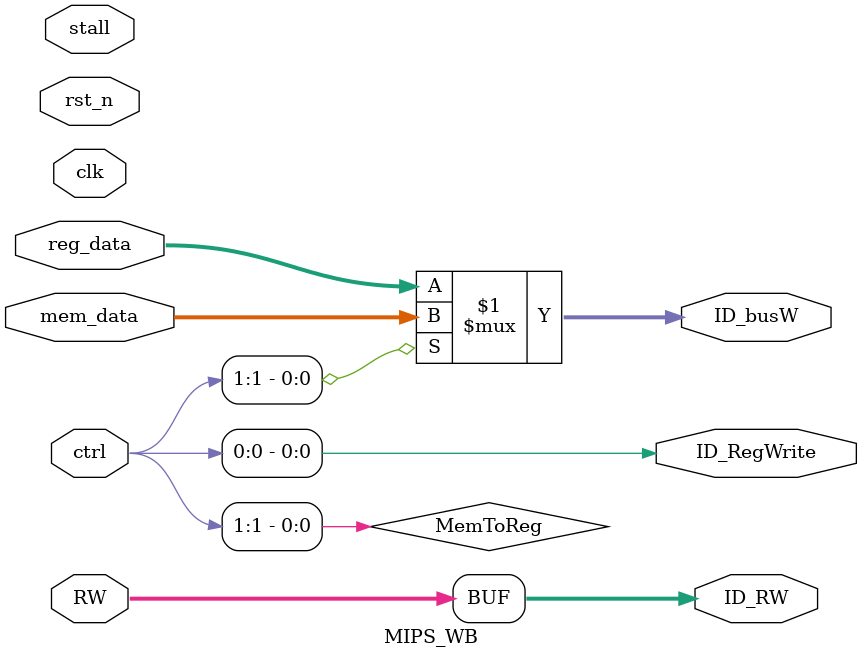
<source format=v>
module MIPS_IF (
    clk,
    rst_n,
    stall,
    BranchOrJump,
    branch_jump_addr,
    I_read,
    I_write,
    I_addr,
    I_stall,
    I_rdata,
    I_wdata,
    IF_stall,
    ID_pc,
    ID_inst
);
    input         clk;
    input         rst_n;
    input         stall;
    input         BranchOrJump;
    input  [31:0] branch_jump_addr;
    output        I_read;
    output        I_write;
    output [29:0] I_addr;
    input         I_stall;
    input  [31:0] I_rdata;
    output [31:0] I_wdata;
    output        IF_stall;
    output [31:0] ID_pc;
    output [31:0] ID_inst;

    reg  [31:0] pc, pc_next;
    wire [31:0] pc_4;
    reg  [31:0] ID_inst, ID_inst_next;
    reg  [31:0] branch_jump_addr_r, branch_jump_addr_w;

    reg         state, state_next;
    parameter S_NORMAL = 1'd0;
    parameter S_BJ_I_STALL = 1'd1;

    assign I_addr = pc[31:2];
    assign I_write = 1'b0;
    assign I_wdata = 32'b0;
    assign IF_stall = I_stall;
    assign ID_pc = pc;
    assign I_read = 1'b1;
    assign pc_4 = pc + 4;

    always @ (*) begin
        branch_jump_addr_w = branch_jump_addr_r;
        state_next = state;
        case(state) 
        S_NORMAL: begin
            case ({BranchOrJump, stall, I_stall})
                3'b000: begin
                    // normal
                    pc_next = pc_4;
                    ID_inst_next = I_rdata;
                end
                3'b001: begin
                    // I-cache stall, insert bubble, wait for I_stall==1'b0
                    pc_next = pc;
                    ID_inst_next = 32'b0;
                end
                3'b010: begin
                    // D-cache stall, remain same
                    pc_next = pc;
                    ID_inst_next = ID_inst;
                end
                3'b011: begin
                    // I-cache and D-cache stall, remain same
                    pc_next = pc;
                    ID_inst_next = ID_inst;
                end
                3'b100: begin
                    // Branch/Jump, no stall, insert bubble
                    pc_next = branch_jump_addr;
                    ID_inst_next = 32'b0;
                end
                3'b101: begin
                    // Branch/Jump, I-cache stall, wait for I_stall==1'b0, then branch_jump_addr -> pc
                    pc_next = pc;
                    branch_jump_addr_w = branch_jump_addr;
                    ID_inst_next = 32'b0;
                    state_next = S_BJ_I_STALL;
                end
                3'b110: begin
                    // Branch/Jump, D-cache stall, wait for D_stall==1'b0, then branch_jump_addr -> pc
                    pc_next = pc;
                    branch_jump_addr_w = branch_jump_addr;
                    ID_inst_next = ID_inst;
                end
                3'b111: begin
                    // Branch/Jump, I-cache and D-cache stall, wait for both==1'b0, then branch_jump_addr -> pc
                    pc_next = pc;
                    branch_jump_addr_w = branch_jump_addr;
                    ID_inst_next = ID_inst;
                end
            endcase
        end
        default: begin
            if (I_stall) begin
                pc_next = pc;
                ID_inst_next = 32'b0;
                state_next = S_BJ_I_STALL;
            end
            else begin
                pc_next = branch_jump_addr_r;
                ID_inst_next = 32'b0;
                state_next = S_NORMAL;
            end
        end
        endcase
    end

    always @ (posedge clk or negedge rst_n) begin
        if (~rst_n) begin
            pc <= 32'b0;
            ID_inst <= 32'b0;
            branch_jump_addr_r <= 32'b0;
            state <= S_NORMAL;
        end
        else begin
            pc <= pc_next;
            ID_inst <= ID_inst_next;
            branch_jump_addr_r <= branch_jump_addr_w;
            state <= state_next;
        end
    end
endmodule


module MIPS_ID (
    clk,
    rst_n,
    ctrl,
    stall,
    bubble,
    pc,
    inst,
    IF_BranchOrJump,
    IF_branch_jump_addr,
    ForwardX,
    ForwardY,
    ForwardData_EX,
    ForwardData_MEM,
    ForwardData_WB,
    EX_ctrl,
    EX_busX,
    EX_busY,
    EX_inst,
    RegWrite,
    RW,
    busW
);
    input         clk;
    input         rst_n;
    input  [15:0] ctrl;
    input         stall;
    input         bubble;
    input  [31:0] pc;
    input  [31:0] inst;
    output        IF_BranchOrJump;
    output [31:0] IF_branch_jump_addr;
    input   [1:0] ForwardX;
    input   [1:0] ForwardY;
    input  [31:0] ForwardData_EX;
    input  [31:0] ForwardData_MEM;
    input  [31:0] ForwardData_WB;
    output [12:0] EX_ctrl;
    output [31:0] EX_busX;
    output [31:0] EX_busY;
    output [31:0] EX_inst;
    input         RegWrite;
    input   [4:0] RW;
    input  [31:0] busW;

    wire  [5:0] opcode;
    wire  [4:0] rs;
    wire  [4:0] rt;
    wire  [4:0] rd;
    wire [25:0] addr;
    wire [31:0] sign_ext;
    wire [31:0] busX;
    wire [31:0] busY;
    wire        reg_equal;
    reg  [12:0] EX_ctrl, EX_ctrl_next;
    reg  [31:0] EX_busX, EX_busX_next;
    reg  [31:0] EX_busY, EX_busY_next;
    reg  [31:0] EX_inst, EX_inst_next;
    reg  [31:0] ForwardDataX, ForwardDataY;
    wire [31:0] branch_addr;
    wire [31:0] jump_addr;
    wire        Jump, JumpReg, Branch, LinkRA, LinkRD;
    wire        Link;

    assign Jump = ctrl[15];
    assign JumpReg = ctrl[14];
    assign Branch = ctrl[13];
    assign LinkRA = ctrl[6];
    assign LinkRD = ctrl[5];
    assign Link = LinkRA | LinkRD;

    assign opcode = inst[31:26];
    assign rs = inst[25:21];
    assign rt = inst[20:16];
    assign rd = inst[15:11];
    assign addr = inst[25:0];
    assign sign_ext = {{16{inst[15]}}, inst[15:0]};
    assign reg_equal = ForwardDataX==ForwardDataY;
    assign branch_addr = pc + (sign_ext << 2);
    assign jump_addr = JumpReg ? (ForwardDataX << 2) : (addr << 2);
    assign IF_BranchOrJump = Jump | (Branch & reg_equal);
    assign IF_branch_jump_addr = (Branch & reg_equal) ? branch_addr : jump_addr;

    register_file rf_inst (
        .Clk(clk),
        .rst_n(rst_n),
        .WEN(RegWrite),
        .RW(RW),
        .busW(busW),
        .RX(rs),
        .RY(rt),
        .busX(busX),
        .busY(busY)
    );

    always @ (*) begin
        case (ForwardX)
            2'b00: ForwardDataX = busX;
            2'b01: ForwardDataX = ForwardData_EX;
            2'b10: ForwardDataX = ForwardData_MEM;
            2'b11: ForwardDataX = ForwardData_WB;
        endcase
        case (ForwardY)
            2'b00: ForwardDataY = busY;
            2'b01: ForwardDataY = ForwardData_EX;
            2'b10: ForwardDataY = ForwardData_MEM;
            2'b11: ForwardDataY = ForwardData_WB;
        endcase
    end
    
    always @ (*) begin
        if (~stall) begin
            EX_busX_next = Link ? pc >> 2 : ForwardDataX;
            EX_busY_next = Link ? 32'b0 : ForwardDataY;
            EX_ctrl_next = ctrl[12:0];
            EX_inst_next = inst;
        end
        else begin
            EX_busX_next = EX_busX;
            EX_busY_next = EX_busY;
            EX_inst_next = EX_inst;
            EX_ctrl_next = bubble ? 13'b0 : EX_ctrl;
        end
    end

    always @ (posedge clk or negedge rst_n) begin
        if (~rst_n) begin
            EX_busX <= 32'b0;
            EX_busY <= 32'b0;
            EX_ctrl <= 13'b0;
            EX_inst <= 32'b0;
        end
        else begin
            EX_busX <= EX_busX_next;
            EX_busY <= EX_busY_next;
            EX_ctrl <= EX_ctrl_next;
            EX_inst <= EX_inst_next;
        end
    end
endmodule


module MIPS_EX (
    clk,
    rst_n,
    ctrl,
    stall,
    busX,
    busY,
    inst,
    MEM_ctrl,
    MEM_alu_out,
    MEM_wdata,
    MEM_RW,
    ForwardRW,
    ForwardData
);
    input         clk;
    input         rst_n;
    input  [12:0] ctrl;
    input         stall;
    input  [31:0] busX;
    input  [31:0] busY;
    input  [31:0] inst;
    output  [3:0] MEM_ctrl;
    output [31:0] MEM_alu_out;
    output [31:0] MEM_wdata;
    output  [4:0] MEM_RW;
    output  [4:0] ForwardRW;
    output [31:0] ForwardData;

    wire [31:0] alu_A;
    wire [31:0] alu_B;
    wire [31:0] alu_out;
    wire  [5:0] funct;
    wire [31:0] shamt;
    wire [31:0] sign_ext;
    wire  [4:0] RW;
    reg   [3:0] MEM_ctrl, MEM_ctrl_next;
    reg  [31:0] MEM_alu_out, MEM_alu_out_next;
    reg  [31:0] MEM_wdata, MEM_wdata_next;
    reg   [4:0] MEM_RW, MEM_RW_next;
    wire  [3:0] ALUOp;
    wire        ALUSrcAShamt, ALUSrcBImm, RegDstRD, LinkRA, LinkRD;

    assign ALUOp = ctrl[12:9];
    assign ALUSrcAShamt = ctrl[8];
    assign ALUSrcBImm = ctrl[7];
    assign RegDstRD = ctrl[4];
    assign LinkRA = ctrl[6];
    assign LinkRD = ctrl[5];

    assign funct = inst[5:0];
    assign shamt = {27'b0, inst[10:6]};
    assign sign_ext = {{16{inst[15]}}, inst[15:0]};
    assign alu_A = ALUSrcAShamt ? shamt : busX;
    assign alu_B = ALUSrcBImm ? sign_ext : busY;
    assign RW = (RegDstRD | LinkRD) ? inst[15:11] : LinkRA ? 5'd31 : inst[20:16];

    assign ForwardRW = RW;
    assign ForwardData = alu_out;

    ALU ALU_inst (
        .op(ALUOp),
        .A(alu_A),
        .B(alu_B),
        .out(alu_out)
    );

    always @ (*) begin
        if (~stall) begin
            MEM_ctrl_next = ctrl[3:0];
            MEM_alu_out_next = alu_out;
            MEM_wdata_next = busY;
            MEM_RW_next = RW;
        end
        else begin
            MEM_ctrl_next = MEM_ctrl;
            MEM_alu_out_next = MEM_alu_out;
            MEM_wdata_next = MEM_wdata;
            MEM_RW_next = MEM_RW;
        end
    end

    always @ (posedge clk or negedge rst_n) begin
        if (~rst_n) begin
            MEM_ctrl <= 4'b0;
            MEM_alu_out <= 32'b0;
            MEM_wdata <= 32'b0;
            MEM_RW <= 5'b0;
        end
        else begin
            MEM_ctrl <= MEM_ctrl_next;
            MEM_alu_out <= MEM_alu_out_next;
            MEM_wdata <= MEM_wdata_next;
            MEM_RW <= MEM_RW_next;
        end
    end
endmodule


module MIPS_MEM (
    clk,
    rst_n,
    ctrl,
    stall,
    alu_out,
    wdata,
    RW,
    D_read,
    D_write,
    D_addr,
    D_wdata,
    D_stall,
    D_rdata,
    MEM_stall,
    WB_ctrl,
    WB_mem_data,
    WB_reg_data,
    WB_RW,
    ForwardData
);
    input         clk;
    input         rst_n;
    input   [3:0] ctrl;
    input         stall;
    input  [31:0] alu_out;
    input  [31:0] wdata;
    input   [4:0] RW;
    output        D_read;
    output        D_write;
    output [29:0] D_addr;
    output [31:0] D_wdata;
    input         D_stall;
    input  [31:0] D_rdata;
    output        MEM_stall;
    output  [1:0] WB_ctrl;
    output [31:0] WB_mem_data;
    output [31:0] WB_reg_data;
    output  [4:0] WB_RW;
    output [31:0] ForwardData;

    reg   [1:0] WB_ctrl, WB_ctrl_next;
    reg  [31:0] WB_mem_data, WB_mem_data_next;
    reg  [31:0] WB_reg_data, WB_reg_data_next;
    reg   [4:0] WB_RW, WB_RW_next;
    wire        MemToReg;
    wire        MemRead;
    wire        MemWrite;
    
    assign MemToReg = ctrl[1];
    assign MemRead = ctrl[2];
    assign MemWrite = ctrl[3];

    assign D_read = MemRead;
    assign D_write = MemWrite;
    assign D_addr = alu_out[31:2];
    assign D_wdata = wdata;
    assign ForwardData = MemToReg ? WB_mem_data_next : WB_reg_data_next;
    assign MEM_stall = D_stall & (MemRead | MemWrite);

    always @ (*) begin
        WB_reg_data_next = alu_out;
        WB_mem_data_next = D_rdata;
        WB_RW_next = RW;
        WB_ctrl_next = MEM_stall ? 2'b0 : ctrl[1:0];
    end

    always @ (posedge clk or negedge rst_n) begin
        if (~rst_n) begin
            WB_ctrl <= 2'b0;
            WB_mem_data <= 32'b0;
            WB_reg_data <= 32'b0;
            WB_RW <= 32'b0;
        end
        else begin
            WB_ctrl <= WB_ctrl_next;
            WB_mem_data <= WB_mem_data_next;
            WB_reg_data <= WB_reg_data_next;
            WB_RW <= WB_RW_next;
        end
    end
endmodule


module MIPS_WB (
    clk,
    rst_n,
    ctrl,
    stall,
    mem_data,
    reg_data,
    RW,
    ID_RegWrite,
    ID_busW,
    ID_RW
);
    input         clk;
    input         rst_n;
    input   [1:0] ctrl;
    input         stall;
    input  [31:0] mem_data;
    input  [31:0] reg_data;
    input   [4:0] RW;
    output        ID_RegWrite;
    output [31:0] ID_busW;
    output  [4:0] ID_RW;
    
    wire        MemToReg;

    assign MemToReg = ctrl[1];
    assign ID_RegWrite = ctrl[0];
    assign ID_busW = MemToReg ? mem_data : reg_data;
    assign ID_RW = RW;
endmodule

</source>
